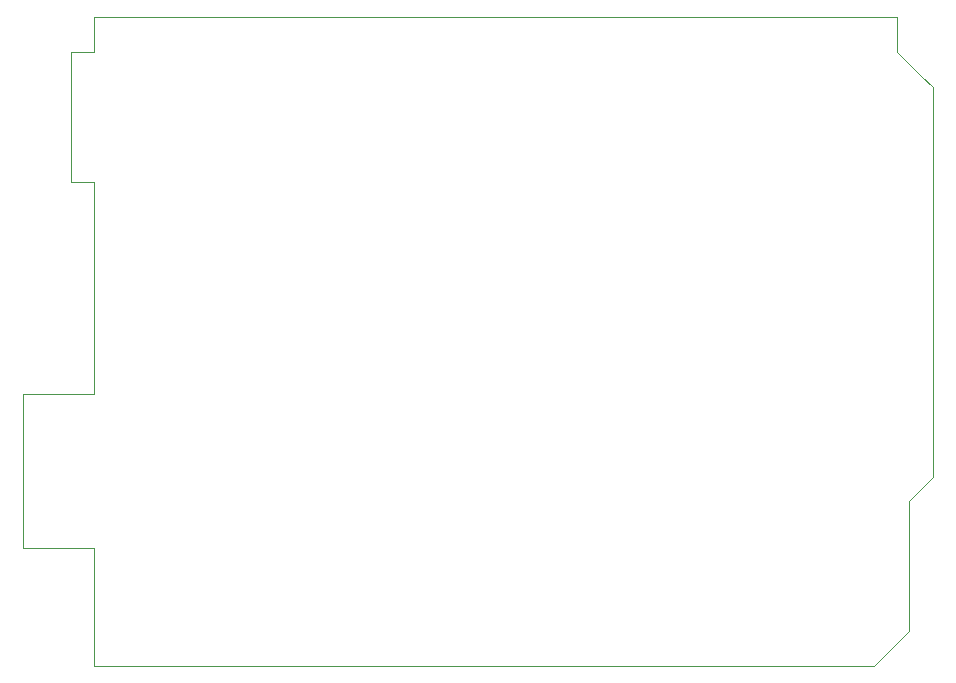
<source format=gbr>
%TF.GenerationSoftware,KiCad,Pcbnew,(6.0.7)*%
%TF.CreationDate,2022-08-22T17:31:34+09:00*%
%TF.ProjectId,LED_Roulette_Shield,4c45445f-526f-4756-9c65-7474655f5368,rev?*%
%TF.SameCoordinates,Original*%
%TF.FileFunction,Profile,NP*%
%FSLAX46Y46*%
G04 Gerber Fmt 4.6, Leading zero omitted, Abs format (unit mm)*
G04 Created by KiCad (PCBNEW (6.0.7)) date 2022-08-22 17:31:34*
%MOMM*%
%LPD*%
G01*
G04 APERTURE LIST*
%TA.AperFunction,Profile*%
%ADD10C,0.100000*%
%TD*%
G04 APERTURE END LIST*
D10*
X182000000Y-63000000D02*
X183000000Y-63000000D01*
X115000000Y-109000000D02*
X115000000Y-108000000D01*
X113000000Y-66000000D02*
X113000000Y-77000000D01*
X115000000Y-95000000D02*
X115000000Y-77000000D01*
X115000000Y-118000000D02*
X115000000Y-109000000D01*
X186000000Y-102000000D02*
X184000000Y-104000000D01*
X113000000Y-77000000D02*
X115000000Y-77000000D01*
X183000000Y-66000000D02*
X185000000Y-68000000D01*
X115000000Y-63000000D02*
X182000000Y-63000000D01*
X186000000Y-69000000D02*
X186000000Y-102000000D01*
X114000000Y-66000000D02*
X113000000Y-66000000D01*
X115000000Y-66000000D02*
X115000000Y-63000000D01*
X185000000Y-68000000D02*
X186000000Y-69000000D01*
X181000000Y-118000000D02*
X115000000Y-118000000D01*
X183000000Y-63000000D02*
X183000000Y-66000000D01*
X109000000Y-95000000D02*
X115000000Y-95000000D01*
X114000000Y-66000000D02*
X115000000Y-66000000D01*
X184000000Y-115000000D02*
X181000000Y-118000000D01*
X184000000Y-104000000D02*
X184000000Y-115000000D01*
X115000000Y-108000000D02*
X109000000Y-108000000D01*
X109000000Y-108000000D02*
X109000000Y-95000000D01*
M02*

</source>
